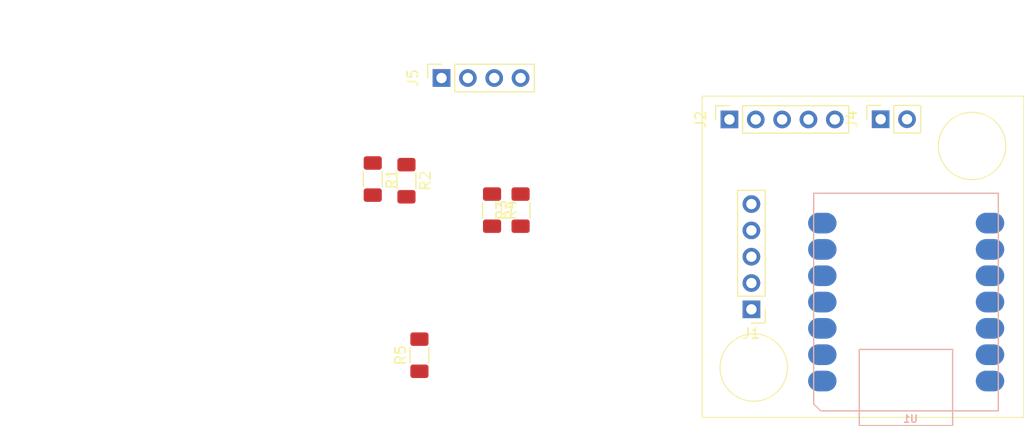
<source format=kicad_pcb>
(kicad_pcb (version 20240108) (generator "pcbnew") (generator_version "8.0")
  (layers (0 "F.Cu" signal) (31 "B.Cu" signal) (34 "B.Paste" user) (35 "F.Paste" user) (36 "B.SilkS" user "B.Silkscreen") (37 "F.SilkS" user "F.Silkscreen") (38 "B.Mask" user) (39 "F.Mask" user) (44 "Edge.Cuts" user))
  (net 0 "")
  (net 1 "+5V")
  (net 2 "H_SCL")
  (net 3 "GND")
  (net 4 "ANALOG")
  (net 5 "Net-(J4-Pin_1)")
  (net 6 "H_SDA")
  (net 7 "+3.3V")
  (footprint "Resistor_SMD:R_1206_3216Metric_Pad1.30x1.75mm_HandSolder" (layer "F.Cu") (at 179 83.16 -90)
    (property "Reference" "R2" (at 0 -1.82 90) (layer "F.SilkS"))
    (property "Value" "10K")
    (fp_line (start -0.727064 0.91) (end 0.727064 0.91) (stroke (width 0.12)) (layer "F.SilkS"))
    (fp_line (start -0.727064 -0.91) (end 0.727064 -0.91) (stroke (width 0.12)) (layer "F.SilkS"))
    (pad "1" smd roundrect (at -1.55 0 270) (size 1.3 1.75) (layers "F.Cu" "F.Paste" "F.Mask") (roundrect_rratio 0.192308) (net 7 "+3.3V"))
    (pad "2" smd roundrect (at 1.55 0 270) (size 1.3 1.75) (layers "F.Cu" "F.Paste" "F.Mask") (roundrect_rratio 0.192308) (net 2 "H_SCL"))
  )
  (footprint "Connector_PinSocket_2.54mm:PinSocket_1x05_P2.54mm_Vertical" (layer "F.Cu") (at 210.13 77.25 90)
    (property "Reference" "J2" (at 0 -2.77 90) (layer "F.SilkS"))
    (property "Value" "OUTPUT_1")
    (fp_line (start 1.33 -1.33) (end 1.33 0) (stroke (width 0.12)) (layer "F.SilkS"))
    (fp_line (start 0 -1.33) (end 1.33 -1.33) (stroke (width 0.12)) (layer "F.SilkS"))
    (fp_line (start 1.33 1.27) (end 1.33 11.49) (stroke (width 0.12)) (layer "F.SilkS"))
    (fp_line (start -1.33 1.27) (end 1.33 1.27) (stroke (width 0.12)) (layer "F.SilkS"))
    (fp_line (start -1.33 1.27) (end -1.33 11.49) (stroke (width 0.12)) (layer "F.SilkS"))
    (fp_line (start -1.33 11.49) (end 1.33 11.49) (stroke (width 0.12)) (layer "F.SilkS"))
    (pad "1" thru_hole rect (at 0 0 90) (size 1.7 1.7) (drill 1) (layers "*.Cu" "*.Mask") (net 6 "H_SDA"))
    (pad "2" thru_hole oval (at 0 2.54 90) (size 1.7 1.7) (drill 1) (layers "*.Cu" "*.Mask") (net 2 "H_SCL"))
    (pad "3" thru_hole oval (at 0 5.08 90) (size 1.7 1.7) (drill 1) (layers "*.Cu" "*.Mask") (net 7 "+3.3V"))
    (pad "4" thru_hole oval (at 0 7.62 90) (size 1.7 1.7) (drill 1) (layers "*.Cu" "*.Mask") (net 3 "GND"))
    (pad "5" thru_hole oval (at 0 10.16 90) (size 1.7 1.7) (drill 1) (layers "*.Cu" "*.Mask") (net 1 "+5V"))
  )
  (footprint "Connector_PinSocket_2.54mm:PinSocket_1x02_P2.54mm_Vertical" (layer "F.Cu") (at 224.71 77.225 90)
    (property "Reference" "J4" (at 0 -2.77 90) (layer "F.SilkS"))
    (property "Value" "BUTTON")
    (fp_line (start 1.33 -1.33) (end 1.33 0) (stroke (width 0.12)) (layer "F.SilkS"))
    (fp_line (start 0 -1.33) (end 1.33 -1.33) (stroke (width 0.12)) (layer "F.SilkS"))
    (fp_line (start 1.33 1.27) (end 1.33 3.87) (stroke (width 0.12)) (layer "F.SilkS"))
    (fp_line (start -1.33 1.27) (end 1.33 1.27) (stroke (width 0.12)) (layer "F.SilkS"))
    (fp_line (start -1.33 1.27) (end -1.33 3.87) (stroke (width 0.12)) (layer "F.SilkS"))
    (fp_line (start -1.33 3.87) (end 1.33 3.87) (stroke (width 0.12)) (layer "F.SilkS"))
    (pad "1" thru_hole rect (at 0 0 90) (size 1.7 1.7) (drill 1) (layers "*.Cu" "*.Mask") (net 5 "Net-(J4-Pin_1)"))
    (pad "2" thru_hole oval (at 0 2.54 90) (size 1.7 1.7) (drill 1) (layers "*.Cu" "*.Mask") (net 3 "GND"))
  )
  (footprint "Connector_PinSocket_2.54mm:PinSocket_1x04_P2.54mm_Vertical" (layer "F.Cu") (at 182.38 73.25 90)
    (property "Reference" "J5" (at 0 -2.77 90) (layer "F.SilkS"))
    (property "Value" "Conn_01x04_Socket")
    (fp_line (start 1.33 -1.33) (end 1.33 0) (stroke (width 0.12)) (layer "F.SilkS"))
    (fp_line (start 0 -1.33) (end 1.33 -1.33) (stroke (width 0.12)) (layer "F.SilkS"))
    (fp_line (start 1.33 1.27) (end 1.33 8.95) (stroke (width 0.12)) (layer "F.SilkS"))
    (fp_line (start -1.33 1.27) (end 1.33 1.27) (stroke (width 0.12)) (layer "F.SilkS"))
    (fp_line (start -1.33 1.27) (end -1.33 8.95) (stroke (width 0.12)) (layer "F.SilkS"))
    (fp_line (start -1.33 8.95) (end 1.33 8.95) (stroke (width 0.12)) (layer "F.SilkS"))
    (pad "1" thru_hole rect (at 0 0 90) (size 1.7 1.7) (drill 1) (layers "*.Cu" "*.Mask") (net 6 "H_SDA"))
    (pad "2" thru_hole oval (at 0 2.54 90) (size 1.7 1.7) (drill 1) (layers "*.Cu" "*.Mask") (net 2 "H_SCL"))
    (pad "3" thru_hole oval (at 0 5.08 90) (size 1.7 1.7) (drill 1) (layers "*.Cu" "*.Mask") (net 7 "+3.3V"))
    (pad "4" thru_hole oval (at 0 7.62 90) (size 1.7 1.7) (drill 1) (layers "*.Cu" "*.Mask") (net 3 "GND"))
  )
  (footprint "Connector_PinHeader_2.54mm:PinHeader_1x05_P2.54mm_Vertical" (layer "F.Cu") (at 212.25 95.575 180)
    (property "Reference" "J1" (at 0 -2.33 180) (layer "F.SilkS"))
    (property "Value" "POGO PINS")
    (fp_line (start 1.33 1.27) (end 1.33 11.49) (stroke (width 0.12)) (layer "F.SilkS"))
    (fp_line (start -1.33 11.49) (end 1.33 11.49) (stroke (width 0.12)) (layer "F.SilkS"))
    (fp_line (start -1.33 1.27) (end 1.33 1.27) (stroke (width 0.12)) (layer "F.SilkS"))
    (fp_line (start -1.33 1.27) (end -1.33 11.49) (stroke (width 0.12)) (layer "F.SilkS"))
    (fp_line (start -1.33 0) (end -1.33 -1.33) (stroke (width 0.12)) (layer "F.SilkS"))
    (fp_line (start -1.33 -1.33) (end 0 -1.33) (stroke (width 0.12)) (layer "F.SilkS"))
    (pad "1" thru_hole rect (at 0 0 180) (size 1.7 1.7) (drill 1) (layers "*.Cu" "*.Mask") (net 6 "H_SDA"))
    (pad "2" thru_hole oval (at 0 2.54 180) (size 1.7 1.7) (drill 1) (layers "*.Cu" "*.Mask") (net 2 "H_SCL"))
    (pad "3" thru_hole oval (at 0 5.08 180) (size 1.7 1.7) (drill 1) (layers "*.Cu" "*.Mask") (net 4 "ANALOG"))
    (pad "4" thru_hole oval (at 0 7.62 180) (size 1.7 1.7) (drill 1) (layers "*.Cu" "*.Mask") (net 3 "GND"))
    (pad "5" thru_hole oval (at 0 10.16 180) (size 1.7 1.7) (drill 1) (layers "*.Cu" "*.Mask") (net 1 "+5V"))
  )
  (footprint "Resistor_SMD:R_1206_3216Metric_Pad1.30x1.75mm_HandSolder" (layer "F.Cu") (at 190 86 90)
    (property "Reference" "R3" (at 0 -1.82 90) (layer "F.SilkS"))
    (property "Value" "1K")
    (fp_line (start -0.727064 -0.91) (end 0.727064 -0.91) (stroke (width 0.12)) (layer "F.SilkS"))
    (fp_line (start -0.727064 0.91) (end 0.727064 0.91) (stroke (width 0.12)) (layer "F.SilkS"))
    (pad "1" smd roundrect (at -1.55 0 90) (size 1.3 1.75) (layers "F.Cu" "F.Paste" "F.Mask") (roundrect_rratio 0.192308) (net 7 "+3.3V"))
    (pad "2" smd roundrect (at 1.55 0 90) (size 1.3 1.75) (layers "F.Cu" "F.Paste" "F.Mask") (roundrect_rratio 0.192308) (net 4 "ANALOG"))
  )
  (footprint "Resistor_SMD:R_1206_3216Metric_Pad1.30x1.75mm_HandSolder" (layer "F.Cu") (at 180.25 100 90)
    (property "Reference" "R5" (at 0 -1.82 90) (layer "F.SilkS"))
    (property "Value" "10K")
    (fp_line (start -0.727064 -0.91) (end 0.727064 -0.91) (stroke (width 0.12)) (layer "F.SilkS"))
    (fp_line (start -0.727064 0.91) (end 0.727064 0.91) (stroke (width 0.12)) (layer "F.SilkS"))
    (pad "1" smd roundrect (at -1.55 0 90) (size 1.3 1.75) (layers "F.Cu" "F.Paste" "F.Mask") (roundrect_rratio 0.192308) (net 7 "+3.3V"))
    (pad "2" smd roundrect (at 1.55 0 90) (size 1.3 1.75) (layers "F.Cu" "F.Paste" "F.Mask") (roundrect_rratio 0.192308) (net 5 "Net-(J4-Pin_1)"))
  )
  (footprint "Resistor_SMD:R_1206_3216Metric_Pad1.30x1.75mm_HandSolder" (layer "F.Cu") (at 187.25 86 -90)
    (property "Reference" "R4" (at 0 -1.82 90) (layer "F.SilkS"))
    (property "Value" "1K")
    (fp_line (start -0.727064 0.91) (end 0.727064 0.91) (stroke (width 0.12)) (layer "F.SilkS"))
    (fp_line (start -0.727064 -0.91) (end 0.727064 -0.91) (stroke (width 0.12)) (layer "F.SilkS"))
    (pad "1" smd roundrect (at -1.55 0 270) (size 1.3 1.75) (layers "F.Cu" "F.Paste" "F.Mask") (roundrect_rratio 0.192308) (net 4 "ANALOG"))
    (pad "2" smd roundrect (at 1.55 0 270) (size 1.3 1.75) (layers "F.Cu" "F.Paste" "F.Mask") (roundrect_rratio 0.192308) (net 3 "GND"))
  )
  (footprint "Resistor_SMD:R_1206_3216Metric_Pad1.30x1.75mm_HandSolder" (layer "F.Cu") (at 175.75 83 -90)
    (property "Reference" "R1" (at 0 -1.82 90) (layer "F.SilkS"))
    (property "Value" "10K")
    (fp_line (start -0.727064 0.91) (end 0.727064 0.91) (stroke (width 0.12)) (layer "F.SilkS"))
    (fp_line (start -0.727064 -0.91) (end 0.727064 -0.91) (stroke (width 0.12)) (layer "F.SilkS"))
    (pad "1" smd roundrect (at -1.55 0 270) (size 1.3 1.75) (layers "F.Cu" "F.Paste" "F.Mask") (roundrect_rratio 0.192308) (net 7 "+3.3V"))
    (pad "2" smd roundrect (at 1.55 0 270) (size 1.3 1.75) (layers "F.Cu" "F.Paste" "F.Mask") (roundrect_rratio 0.192308) (net 6 "H_SDA"))
  )
  (footprint "xiao ESP32C3_PCB:MOUDLE14P-SMD-2.54-21X17.8MM" (layer "B.Cu") (at 218.25 84.37)
    (property "Reference" "U1" (at 9.3345 21.7805 0) (layer "B.SilkS") (effects (font (size 0.7 0.7)) (justify mirror)))
    (property "Value" "MOUDLE-SEEEDUINO-XIAO-ESP32C3")
    (fp_line (start 0 0) (end 0 20.3285) (stroke (width 0.127)) (layer "B.SilkS"))
    (fp_line (start 0 20.3285) (end 0.671541 21) (stroke (width 0.127)) (layer "B.SilkS"))
    (fp_line (start 0.671541 21) (end 17.8 21) (stroke (width 0.127)) (layer "B.SilkS"))
    (fp_line (start 4.396 15.072) (end 13.395 15.072) (stroke (width 0.127)) (layer "B.SilkS"))
    (fp_line (start 4.396 22.425) (end 4.396 15.072) (stroke (width 0.127)) (layer "B.SilkS"))
    (fp_line (start 13.395 15.072) (end 13.395 22.424) (stroke (width 0.127)) (layer "B.SilkS"))
    (fp_line (start 13.395 22.424) (end 4.4 22.424) (stroke (width 0.127)) (layer "B.SilkS"))
    (fp_line (start 17.8 0) (end 0 0) (stroke (width 0.127)) (layer "B.SilkS"))
    (fp_line (start 17.8 21) (end 17.8 0) (stroke (width 0.127)) (layer "B.SilkS"))
    (pad "1" smd roundrect (at 0.835 18.12) (size 2.75 2) (layers "B.Cu" "B.Paste" "B.Mask") (roundrect_rratio 0.5) (net 5 "Net-(J4-Pin_1)"))
    (pad "2" smd roundrect (at 0.835 15.58) (size 2.75 2) (layers "B.Cu" "B.Paste" "B.Mask") (roundrect_rratio 0.5))
    (pad "3" smd roundrect (at 0.835 13.04) (size 2.75 2) (layers "B.Cu" "B.Paste" "B.Mask") (roundrect_rratio 0.5))
    (pad "4" smd roundrect (at 0.835 10.5) (size 2.75 2) (layers "B.Cu" "B.Paste" "B.Mask") (roundrect_rratio 0.5))
    (pad "5" smd roundrect (at 0.835 7.96) (size 2.75 2) (layers "B.Cu" "B.Paste" "B.Mask") (roundrect_rratio 0.5) (net 6 "H_SDA"))
    (pad "6" smd roundrect (at 0.835 5.42) (size 2.75 2) (layers "B.Cu" "B.Paste" "B.Mask") (roundrect_rratio 0.5) (net 2 "H_SCL"))
    (pad "7" smd roundrect (at 0.835 2.88) (size 2.75 2) (layers "B.Cu" "B.Paste" "B.Mask") (roundrect_rratio 0.5))
    (pad "8" smd roundrect (at 17 2.88) (size 2.75 2) (layers "B.Cu" "B.Paste" "B.Mask") (roundrect_rratio 0.5))
    (pad "9" smd roundrect (at 17 5.42) (size 2.75 2) (layers "B.Cu" "B.Paste" "B.Mask") (roundrect_rratio 0.5))
    (pad "10" smd roundrect (at 17 7.96) (size 2.75 2) (layers "B.Cu" "B.Paste" "B.Mask") (roundrect_rratio 0.5))
    (pad "11" smd roundrect (at 17 10.5) (size 2.75 2) (layers "B.Cu" "B.Paste" "B.Mask") (roundrect_rratio 0.5))
    (pad "12" smd roundrect (at 17 13.04) (size 2.75 2) (layers "B.Cu" "B.Paste" "B.Mask") (roundrect_rratio 0.5) (net 7 "+3.3V"))
    (pad "13" smd roundrect (at 17 15.58) (size 2.75 2) (layers "B.Cu" "B.Paste" "B.Mask") (roundrect_rratio 0.5) (net 3 "GND"))
    (pad "14" smd roundrect (at 17 18.12) (size 2.75 2) (layers "B.Cu" "B.Paste" "B.Mask") (roundrect_rratio 0.5) (net 1 "+5V"))
  )
  (gr_rect (start 207.5 75) (end 238.5 106) (stroke (width 0.1)) (fill none) (layer "F.SilkS"))
  (gr_circle (center 233.522 79.81) (end 236.772 79.81) (stroke (width 0.1)) (fill none) (layer "F.SilkS"))
  (gr_circle (center 212.478 101.19) (end 215.728 101.19) (stroke (width 0.1)) (fill none) (layer "F.SilkS"))
)
</source>
